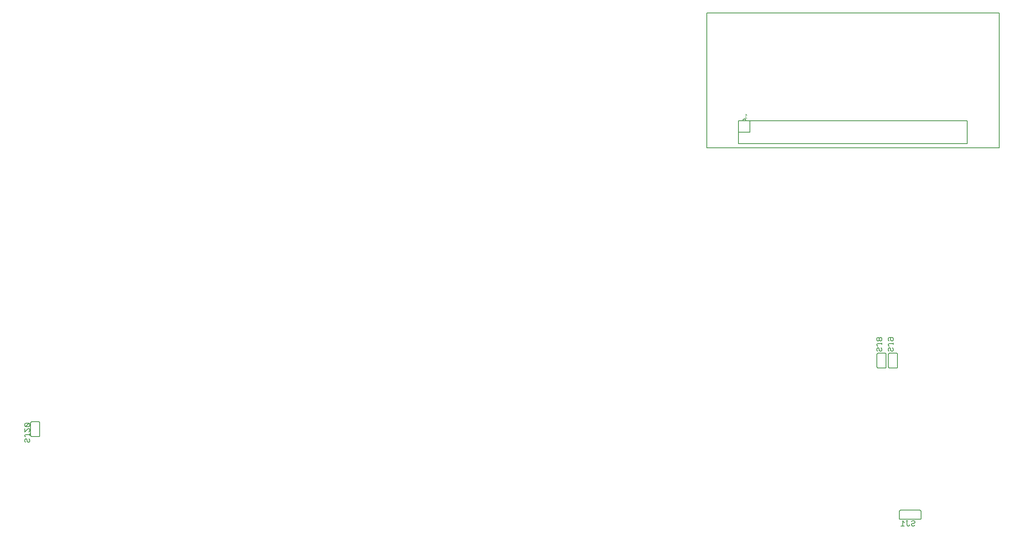
<source format=gbo>
G04 EAGLE Gerber RS-274X export*
G75*
%MOMM*%
%FSLAX34Y34*%
%LPD*%
%INSilkscreen Bottom*%
%IPPOS*%
%AMOC8*
5,1,8,0,0,1.08239X$1,22.5*%
G01*
%ADD10C,0.127000*%
%ADD11C,0.101600*%
%ADD12C,0.152400*%


D10*
X2057400Y1269300D02*
X2057400Y1294700D01*
X2057400Y1320100D01*
X2066925Y1320100D01*
X2073275Y1320100D01*
X2082800Y1320100D01*
X2565400Y1320100D01*
X2565400Y1269300D01*
X2057400Y1269300D01*
X2057400Y1294700D02*
X2082800Y1294700D01*
X2082800Y1320100D01*
X2066925Y1320100D02*
X2066925Y1323275D01*
X2073275Y1323275D01*
X2073275Y1320100D01*
D11*
X2075772Y1332424D02*
X2072722Y1335475D01*
X2072722Y1326323D01*
X2075772Y1326323D02*
X2069671Y1326323D01*
D10*
X1986400Y1259700D02*
X1986400Y1559700D01*
X2636400Y1559700D01*
X2636400Y1259700D01*
X1986400Y1259700D01*
D12*
X505460Y648970D02*
X505460Y621030D01*
X487680Y618490D02*
X487580Y618492D01*
X487481Y618498D01*
X487381Y618508D01*
X487283Y618521D01*
X487184Y618539D01*
X487087Y618560D01*
X486991Y618585D01*
X486895Y618614D01*
X486801Y618647D01*
X486708Y618683D01*
X486617Y618723D01*
X486527Y618767D01*
X486439Y618814D01*
X486353Y618864D01*
X486269Y618918D01*
X486187Y618975D01*
X486108Y619035D01*
X486030Y619099D01*
X485956Y619165D01*
X485884Y619234D01*
X485815Y619306D01*
X485749Y619380D01*
X485685Y619458D01*
X485625Y619537D01*
X485568Y619619D01*
X485514Y619703D01*
X485464Y619789D01*
X485417Y619877D01*
X485373Y619967D01*
X485333Y620058D01*
X485297Y620151D01*
X485264Y620245D01*
X485235Y620341D01*
X485210Y620437D01*
X485189Y620534D01*
X485171Y620633D01*
X485158Y620731D01*
X485148Y620831D01*
X485142Y620930D01*
X485140Y621030D01*
X485140Y648970D02*
X485142Y649070D01*
X485148Y649169D01*
X485158Y649269D01*
X485171Y649367D01*
X485189Y649466D01*
X485210Y649563D01*
X485235Y649659D01*
X485264Y649755D01*
X485297Y649849D01*
X485333Y649942D01*
X485373Y650033D01*
X485417Y650123D01*
X485464Y650211D01*
X485514Y650297D01*
X485568Y650381D01*
X485625Y650463D01*
X485685Y650542D01*
X485749Y650620D01*
X485815Y650694D01*
X485884Y650766D01*
X485956Y650835D01*
X486030Y650901D01*
X486108Y650965D01*
X486187Y651025D01*
X486269Y651082D01*
X486353Y651136D01*
X486439Y651186D01*
X486527Y651233D01*
X486617Y651277D01*
X486708Y651317D01*
X486801Y651353D01*
X486895Y651386D01*
X486991Y651415D01*
X487087Y651440D01*
X487184Y651461D01*
X487283Y651479D01*
X487381Y651492D01*
X487481Y651502D01*
X487580Y651508D01*
X487680Y651510D01*
X502920Y651510D02*
X503020Y651508D01*
X503119Y651502D01*
X503219Y651492D01*
X503317Y651479D01*
X503416Y651461D01*
X503513Y651440D01*
X503609Y651415D01*
X503705Y651386D01*
X503799Y651353D01*
X503892Y651317D01*
X503983Y651277D01*
X504073Y651233D01*
X504161Y651186D01*
X504247Y651136D01*
X504331Y651082D01*
X504413Y651025D01*
X504492Y650965D01*
X504570Y650901D01*
X504644Y650835D01*
X504716Y650766D01*
X504785Y650694D01*
X504851Y650620D01*
X504915Y650542D01*
X504975Y650463D01*
X505032Y650381D01*
X505086Y650297D01*
X505136Y650211D01*
X505183Y650123D01*
X505227Y650033D01*
X505267Y649942D01*
X505303Y649849D01*
X505336Y649755D01*
X505365Y649659D01*
X505390Y649563D01*
X505411Y649466D01*
X505429Y649367D01*
X505442Y649269D01*
X505452Y649169D01*
X505458Y649070D01*
X505460Y648970D01*
X505460Y621030D02*
X505458Y620930D01*
X505452Y620831D01*
X505442Y620731D01*
X505429Y620633D01*
X505411Y620534D01*
X505390Y620437D01*
X505365Y620341D01*
X505336Y620245D01*
X505303Y620151D01*
X505267Y620058D01*
X505227Y619967D01*
X505183Y619877D01*
X505136Y619789D01*
X505086Y619703D01*
X505032Y619619D01*
X504975Y619537D01*
X504915Y619458D01*
X504851Y619380D01*
X504785Y619306D01*
X504716Y619234D01*
X504644Y619165D01*
X504570Y619099D01*
X504492Y619035D01*
X504413Y618975D01*
X504331Y618918D01*
X504247Y618864D01*
X504161Y618814D01*
X504073Y618767D01*
X503983Y618723D01*
X503892Y618683D01*
X503799Y618647D01*
X503705Y618614D01*
X503609Y618585D01*
X503513Y618560D01*
X503416Y618539D01*
X503317Y618521D01*
X503219Y618508D01*
X503119Y618498D01*
X503020Y618492D01*
X502920Y618490D01*
X487680Y618490D01*
X487680Y651510D02*
X502920Y651510D01*
X485140Y648970D02*
X485140Y621030D01*
D10*
X481338Y612996D02*
X483245Y611089D01*
X483245Y607276D01*
X481338Y605369D01*
X479432Y605369D01*
X477525Y607276D01*
X477525Y611089D01*
X475618Y612996D01*
X473712Y612996D01*
X471805Y611089D01*
X471805Y607276D01*
X473712Y605369D01*
X473712Y617063D02*
X471805Y618970D01*
X471805Y620876D01*
X473712Y622783D01*
X483245Y622783D01*
X483245Y620876D02*
X483245Y624690D01*
X471805Y628757D02*
X471805Y636383D01*
X471805Y628757D02*
X479432Y636383D01*
X481338Y636383D01*
X483245Y634477D01*
X483245Y630664D01*
X481338Y628757D01*
X481338Y640451D02*
X473712Y640451D01*
X481338Y640451D02*
X483245Y642358D01*
X483245Y646171D01*
X481338Y648077D01*
X473712Y648077D01*
X471805Y646171D01*
X471805Y642358D01*
X473712Y640451D01*
X481338Y648077D01*
D12*
X2416810Y454660D02*
X2459990Y454660D01*
X2462530Y436880D02*
X2462528Y436780D01*
X2462522Y436681D01*
X2462512Y436581D01*
X2462499Y436483D01*
X2462481Y436384D01*
X2462460Y436287D01*
X2462435Y436191D01*
X2462406Y436095D01*
X2462373Y436001D01*
X2462337Y435908D01*
X2462297Y435817D01*
X2462253Y435727D01*
X2462206Y435639D01*
X2462156Y435553D01*
X2462102Y435469D01*
X2462045Y435387D01*
X2461985Y435308D01*
X2461921Y435230D01*
X2461855Y435156D01*
X2461786Y435084D01*
X2461714Y435015D01*
X2461640Y434949D01*
X2461562Y434885D01*
X2461483Y434825D01*
X2461401Y434768D01*
X2461317Y434714D01*
X2461231Y434664D01*
X2461143Y434617D01*
X2461053Y434573D01*
X2460962Y434533D01*
X2460869Y434497D01*
X2460775Y434464D01*
X2460679Y434435D01*
X2460583Y434410D01*
X2460486Y434389D01*
X2460387Y434371D01*
X2460289Y434358D01*
X2460189Y434348D01*
X2460090Y434342D01*
X2459990Y434340D01*
X2416810Y434340D02*
X2416710Y434342D01*
X2416611Y434348D01*
X2416511Y434358D01*
X2416413Y434371D01*
X2416314Y434389D01*
X2416217Y434410D01*
X2416121Y434435D01*
X2416025Y434464D01*
X2415931Y434497D01*
X2415838Y434533D01*
X2415747Y434573D01*
X2415657Y434617D01*
X2415569Y434664D01*
X2415483Y434714D01*
X2415399Y434768D01*
X2415317Y434825D01*
X2415238Y434885D01*
X2415160Y434949D01*
X2415086Y435015D01*
X2415014Y435084D01*
X2414945Y435156D01*
X2414879Y435230D01*
X2414815Y435308D01*
X2414755Y435387D01*
X2414698Y435469D01*
X2414644Y435553D01*
X2414594Y435639D01*
X2414547Y435727D01*
X2414503Y435817D01*
X2414463Y435908D01*
X2414427Y436001D01*
X2414394Y436095D01*
X2414365Y436191D01*
X2414340Y436287D01*
X2414319Y436384D01*
X2414301Y436483D01*
X2414288Y436581D01*
X2414278Y436681D01*
X2414272Y436780D01*
X2414270Y436880D01*
X2414270Y452120D02*
X2414272Y452220D01*
X2414278Y452319D01*
X2414288Y452419D01*
X2414301Y452517D01*
X2414319Y452616D01*
X2414340Y452713D01*
X2414365Y452809D01*
X2414394Y452905D01*
X2414427Y452999D01*
X2414463Y453092D01*
X2414503Y453183D01*
X2414547Y453273D01*
X2414594Y453361D01*
X2414644Y453447D01*
X2414698Y453531D01*
X2414755Y453613D01*
X2414815Y453692D01*
X2414879Y453770D01*
X2414945Y453844D01*
X2415014Y453916D01*
X2415086Y453985D01*
X2415160Y454051D01*
X2415238Y454115D01*
X2415317Y454175D01*
X2415399Y454232D01*
X2415483Y454286D01*
X2415569Y454336D01*
X2415657Y454383D01*
X2415747Y454427D01*
X2415838Y454467D01*
X2415931Y454503D01*
X2416025Y454536D01*
X2416121Y454565D01*
X2416217Y454590D01*
X2416314Y454611D01*
X2416413Y454629D01*
X2416511Y454642D01*
X2416611Y454652D01*
X2416710Y454658D01*
X2416810Y454660D01*
X2459990Y454660D02*
X2460090Y454658D01*
X2460189Y454652D01*
X2460289Y454642D01*
X2460387Y454629D01*
X2460486Y454611D01*
X2460583Y454590D01*
X2460679Y454565D01*
X2460775Y454536D01*
X2460869Y454503D01*
X2460962Y454467D01*
X2461053Y454427D01*
X2461143Y454383D01*
X2461231Y454336D01*
X2461317Y454286D01*
X2461401Y454232D01*
X2461483Y454175D01*
X2461562Y454115D01*
X2461640Y454051D01*
X2461714Y453985D01*
X2461786Y453916D01*
X2461855Y453844D01*
X2461921Y453770D01*
X2461985Y453692D01*
X2462045Y453613D01*
X2462102Y453531D01*
X2462156Y453447D01*
X2462206Y453361D01*
X2462253Y453273D01*
X2462297Y453183D01*
X2462337Y453092D01*
X2462373Y452999D01*
X2462406Y452905D01*
X2462435Y452809D01*
X2462460Y452713D01*
X2462481Y452616D01*
X2462499Y452517D01*
X2462512Y452419D01*
X2462522Y452319D01*
X2462528Y452220D01*
X2462530Y452120D01*
X2462530Y436880D01*
X2414270Y436880D02*
X2414270Y452120D01*
X2416810Y434340D02*
X2459990Y434340D01*
D10*
X2442997Y431175D02*
X2441090Y429268D01*
X2442997Y431175D02*
X2446810Y431175D01*
X2448717Y429268D01*
X2448717Y427362D01*
X2446810Y425455D01*
X2442997Y425455D01*
X2441090Y423548D01*
X2441090Y421642D01*
X2442997Y419735D01*
X2446810Y419735D01*
X2448717Y421642D01*
X2437023Y421642D02*
X2435116Y419735D01*
X2433210Y419735D01*
X2431303Y421642D01*
X2431303Y431175D01*
X2429397Y431175D02*
X2433210Y431175D01*
X2425329Y427362D02*
X2421516Y431175D01*
X2421516Y419735D01*
X2425329Y419735D02*
X2417703Y419735D01*
D12*
X2385060Y773430D02*
X2385060Y801370D01*
X2364740Y773430D02*
X2364742Y773330D01*
X2364748Y773231D01*
X2364758Y773131D01*
X2364771Y773033D01*
X2364789Y772934D01*
X2364810Y772837D01*
X2364835Y772741D01*
X2364864Y772645D01*
X2364897Y772551D01*
X2364933Y772458D01*
X2364973Y772367D01*
X2365017Y772277D01*
X2365064Y772189D01*
X2365114Y772103D01*
X2365168Y772019D01*
X2365225Y771937D01*
X2365285Y771858D01*
X2365349Y771780D01*
X2365415Y771706D01*
X2365484Y771634D01*
X2365556Y771565D01*
X2365630Y771499D01*
X2365708Y771435D01*
X2365787Y771375D01*
X2365869Y771318D01*
X2365953Y771264D01*
X2366039Y771214D01*
X2366127Y771167D01*
X2366217Y771123D01*
X2366308Y771083D01*
X2366401Y771047D01*
X2366495Y771014D01*
X2366591Y770985D01*
X2366687Y770960D01*
X2366784Y770939D01*
X2366883Y770921D01*
X2366981Y770908D01*
X2367081Y770898D01*
X2367180Y770892D01*
X2367280Y770890D01*
X2364740Y801370D02*
X2364742Y801470D01*
X2364748Y801569D01*
X2364758Y801669D01*
X2364771Y801767D01*
X2364789Y801866D01*
X2364810Y801963D01*
X2364835Y802059D01*
X2364864Y802155D01*
X2364897Y802249D01*
X2364933Y802342D01*
X2364973Y802433D01*
X2365017Y802523D01*
X2365064Y802611D01*
X2365114Y802697D01*
X2365168Y802781D01*
X2365225Y802863D01*
X2365285Y802942D01*
X2365349Y803020D01*
X2365415Y803094D01*
X2365484Y803166D01*
X2365556Y803235D01*
X2365630Y803301D01*
X2365708Y803365D01*
X2365787Y803425D01*
X2365869Y803482D01*
X2365953Y803536D01*
X2366039Y803586D01*
X2366127Y803633D01*
X2366217Y803677D01*
X2366308Y803717D01*
X2366401Y803753D01*
X2366495Y803786D01*
X2366591Y803815D01*
X2366687Y803840D01*
X2366784Y803861D01*
X2366883Y803879D01*
X2366981Y803892D01*
X2367081Y803902D01*
X2367180Y803908D01*
X2367280Y803910D01*
X2382520Y803910D02*
X2382620Y803908D01*
X2382719Y803902D01*
X2382819Y803892D01*
X2382917Y803879D01*
X2383016Y803861D01*
X2383113Y803840D01*
X2383209Y803815D01*
X2383305Y803786D01*
X2383399Y803753D01*
X2383492Y803717D01*
X2383583Y803677D01*
X2383673Y803633D01*
X2383761Y803586D01*
X2383847Y803536D01*
X2383931Y803482D01*
X2384013Y803425D01*
X2384092Y803365D01*
X2384170Y803301D01*
X2384244Y803235D01*
X2384316Y803166D01*
X2384385Y803094D01*
X2384451Y803020D01*
X2384515Y802942D01*
X2384575Y802863D01*
X2384632Y802781D01*
X2384686Y802697D01*
X2384736Y802611D01*
X2384783Y802523D01*
X2384827Y802433D01*
X2384867Y802342D01*
X2384903Y802249D01*
X2384936Y802155D01*
X2384965Y802059D01*
X2384990Y801963D01*
X2385011Y801866D01*
X2385029Y801767D01*
X2385042Y801669D01*
X2385052Y801569D01*
X2385058Y801470D01*
X2385060Y801370D01*
X2385060Y773430D02*
X2385058Y773330D01*
X2385052Y773231D01*
X2385042Y773131D01*
X2385029Y773033D01*
X2385011Y772934D01*
X2384990Y772837D01*
X2384965Y772741D01*
X2384936Y772645D01*
X2384903Y772551D01*
X2384867Y772458D01*
X2384827Y772367D01*
X2384783Y772277D01*
X2384736Y772189D01*
X2384686Y772103D01*
X2384632Y772019D01*
X2384575Y771937D01*
X2384515Y771858D01*
X2384451Y771780D01*
X2384385Y771706D01*
X2384316Y771634D01*
X2384244Y771565D01*
X2384170Y771499D01*
X2384092Y771435D01*
X2384013Y771375D01*
X2383931Y771318D01*
X2383847Y771264D01*
X2383761Y771214D01*
X2383673Y771167D01*
X2383583Y771123D01*
X2383492Y771083D01*
X2383399Y771047D01*
X2383305Y771014D01*
X2383209Y770985D01*
X2383113Y770960D01*
X2383016Y770939D01*
X2382917Y770921D01*
X2382819Y770908D01*
X2382719Y770898D01*
X2382620Y770892D01*
X2382520Y770890D01*
X2367280Y770890D01*
X2367280Y803910D02*
X2382520Y803910D01*
X2364740Y801370D02*
X2364740Y773430D01*
D10*
X2375545Y813283D02*
X2373638Y815190D01*
X2375545Y813283D02*
X2375545Y809470D01*
X2373638Y807563D01*
X2371732Y807563D01*
X2369825Y809470D01*
X2369825Y813283D01*
X2367918Y815190D01*
X2366012Y815190D01*
X2364105Y813283D01*
X2364105Y809470D01*
X2366012Y807563D01*
X2366012Y819257D02*
X2364105Y821164D01*
X2364105Y823070D01*
X2366012Y824977D01*
X2375545Y824977D01*
X2375545Y823070D02*
X2375545Y826884D01*
X2373638Y830951D02*
X2375545Y832858D01*
X2375545Y836671D01*
X2373638Y838577D01*
X2371732Y838577D01*
X2369825Y836671D01*
X2367918Y838577D01*
X2366012Y838577D01*
X2364105Y836671D01*
X2364105Y832858D01*
X2366012Y830951D01*
X2367918Y830951D01*
X2369825Y832858D01*
X2371732Y830951D01*
X2373638Y830951D01*
X2369825Y832858D02*
X2369825Y836671D01*
D12*
X2410460Y801370D02*
X2410460Y773430D01*
X2392680Y770890D02*
X2392580Y770892D01*
X2392481Y770898D01*
X2392381Y770908D01*
X2392283Y770921D01*
X2392184Y770939D01*
X2392087Y770960D01*
X2391991Y770985D01*
X2391895Y771014D01*
X2391801Y771047D01*
X2391708Y771083D01*
X2391617Y771123D01*
X2391527Y771167D01*
X2391439Y771214D01*
X2391353Y771264D01*
X2391269Y771318D01*
X2391187Y771375D01*
X2391108Y771435D01*
X2391030Y771499D01*
X2390956Y771565D01*
X2390884Y771634D01*
X2390815Y771706D01*
X2390749Y771780D01*
X2390685Y771858D01*
X2390625Y771937D01*
X2390568Y772019D01*
X2390514Y772103D01*
X2390464Y772189D01*
X2390417Y772277D01*
X2390373Y772367D01*
X2390333Y772458D01*
X2390297Y772551D01*
X2390264Y772645D01*
X2390235Y772741D01*
X2390210Y772837D01*
X2390189Y772934D01*
X2390171Y773033D01*
X2390158Y773131D01*
X2390148Y773231D01*
X2390142Y773330D01*
X2390140Y773430D01*
X2390140Y801370D02*
X2390142Y801470D01*
X2390148Y801569D01*
X2390158Y801669D01*
X2390171Y801767D01*
X2390189Y801866D01*
X2390210Y801963D01*
X2390235Y802059D01*
X2390264Y802155D01*
X2390297Y802249D01*
X2390333Y802342D01*
X2390373Y802433D01*
X2390417Y802523D01*
X2390464Y802611D01*
X2390514Y802697D01*
X2390568Y802781D01*
X2390625Y802863D01*
X2390685Y802942D01*
X2390749Y803020D01*
X2390815Y803094D01*
X2390884Y803166D01*
X2390956Y803235D01*
X2391030Y803301D01*
X2391108Y803365D01*
X2391187Y803425D01*
X2391269Y803482D01*
X2391353Y803536D01*
X2391439Y803586D01*
X2391527Y803633D01*
X2391617Y803677D01*
X2391708Y803717D01*
X2391801Y803753D01*
X2391895Y803786D01*
X2391991Y803815D01*
X2392087Y803840D01*
X2392184Y803861D01*
X2392283Y803879D01*
X2392381Y803892D01*
X2392481Y803902D01*
X2392580Y803908D01*
X2392680Y803910D01*
X2407920Y803910D02*
X2408020Y803908D01*
X2408119Y803902D01*
X2408219Y803892D01*
X2408317Y803879D01*
X2408416Y803861D01*
X2408513Y803840D01*
X2408609Y803815D01*
X2408705Y803786D01*
X2408799Y803753D01*
X2408892Y803717D01*
X2408983Y803677D01*
X2409073Y803633D01*
X2409161Y803586D01*
X2409247Y803536D01*
X2409331Y803482D01*
X2409413Y803425D01*
X2409492Y803365D01*
X2409570Y803301D01*
X2409644Y803235D01*
X2409716Y803166D01*
X2409785Y803094D01*
X2409851Y803020D01*
X2409915Y802942D01*
X2409975Y802863D01*
X2410032Y802781D01*
X2410086Y802697D01*
X2410136Y802611D01*
X2410183Y802523D01*
X2410227Y802433D01*
X2410267Y802342D01*
X2410303Y802249D01*
X2410336Y802155D01*
X2410365Y802059D01*
X2410390Y801963D01*
X2410411Y801866D01*
X2410429Y801767D01*
X2410442Y801669D01*
X2410452Y801569D01*
X2410458Y801470D01*
X2410460Y801370D01*
X2410460Y773430D02*
X2410458Y773330D01*
X2410452Y773231D01*
X2410442Y773131D01*
X2410429Y773033D01*
X2410411Y772934D01*
X2410390Y772837D01*
X2410365Y772741D01*
X2410336Y772645D01*
X2410303Y772551D01*
X2410267Y772458D01*
X2410227Y772367D01*
X2410183Y772277D01*
X2410136Y772189D01*
X2410086Y772103D01*
X2410032Y772019D01*
X2409975Y771937D01*
X2409915Y771858D01*
X2409851Y771780D01*
X2409785Y771706D01*
X2409716Y771634D01*
X2409644Y771565D01*
X2409570Y771499D01*
X2409492Y771435D01*
X2409413Y771375D01*
X2409331Y771318D01*
X2409247Y771264D01*
X2409161Y771214D01*
X2409073Y771167D01*
X2408983Y771123D01*
X2408892Y771083D01*
X2408799Y771047D01*
X2408705Y771014D01*
X2408609Y770985D01*
X2408513Y770960D01*
X2408416Y770939D01*
X2408317Y770921D01*
X2408219Y770908D01*
X2408119Y770898D01*
X2408020Y770892D01*
X2407920Y770890D01*
X2392680Y770890D01*
X2392680Y803910D02*
X2407920Y803910D01*
X2390140Y801370D02*
X2390140Y773430D01*
D10*
X2400945Y813283D02*
X2399038Y815190D01*
X2400945Y813283D02*
X2400945Y809470D01*
X2399038Y807563D01*
X2397132Y807563D01*
X2395225Y809470D01*
X2395225Y813283D01*
X2393318Y815190D01*
X2391412Y815190D01*
X2389505Y813283D01*
X2389505Y809470D01*
X2391412Y807563D01*
X2391412Y819257D02*
X2389505Y821164D01*
X2389505Y823070D01*
X2391412Y824977D01*
X2400945Y824977D01*
X2400945Y823070D02*
X2400945Y826884D01*
X2391412Y830951D02*
X2389505Y832858D01*
X2389505Y836671D01*
X2391412Y838577D01*
X2399038Y838577D01*
X2400945Y836671D01*
X2400945Y832858D01*
X2399038Y830951D01*
X2397132Y830951D01*
X2395225Y832858D01*
X2395225Y838577D01*
M02*

</source>
